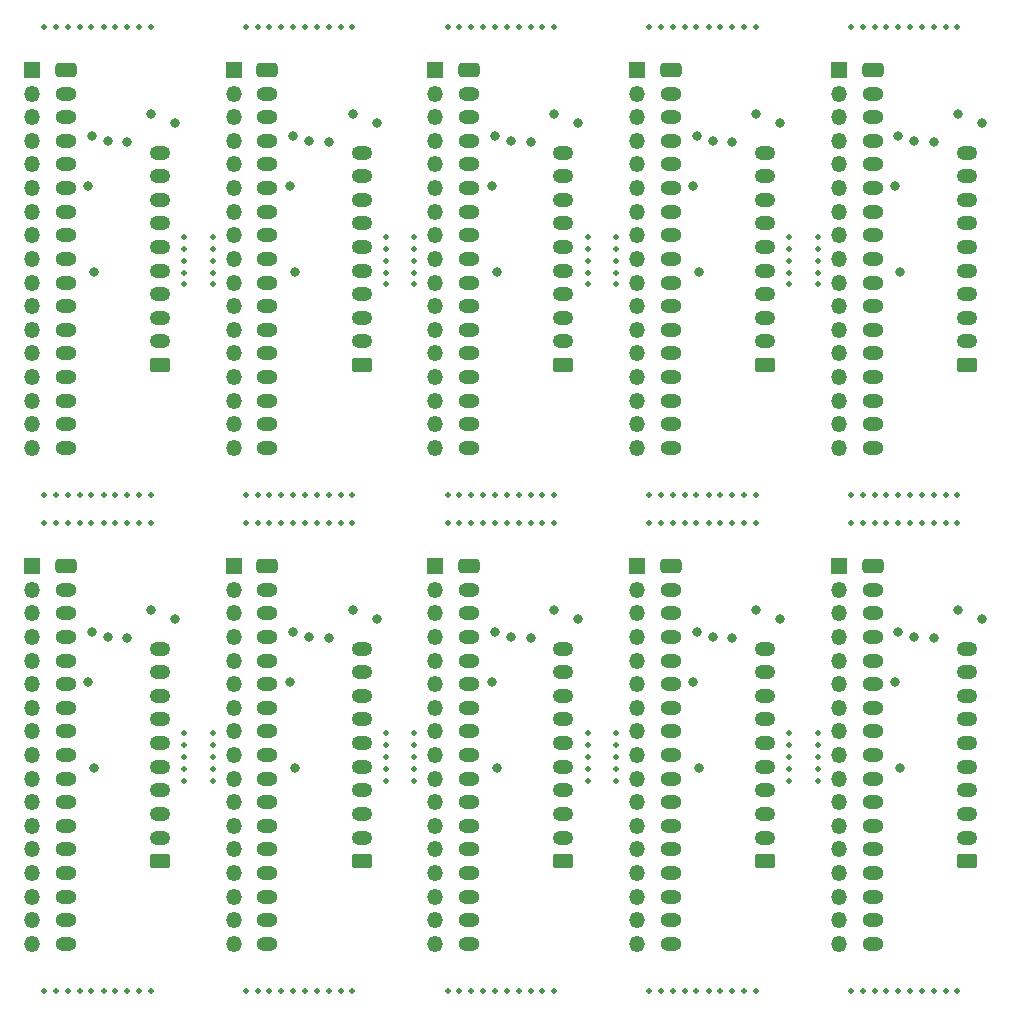
<source format=gbr>
%TF.GenerationSoftware,KiCad,Pcbnew,(6.0.1)*%
%TF.CreationDate,2022-07-05T17:23:16-07:00*%
%TF.ProjectId,mu100-dit-connector-board-panelized,6d753130-302d-4646-9974-2d636f6e6e65,rev?*%
%TF.SameCoordinates,Original*%
%TF.FileFunction,Soldermask,Bot*%
%TF.FilePolarity,Negative*%
%FSLAX46Y46*%
G04 Gerber Fmt 4.6, Leading zero omitted, Abs format (unit mm)*
G04 Created by KiCad (PCBNEW (6.0.1)) date 2022-07-05 17:23:16*
%MOMM*%
%LPD*%
G01*
G04 APERTURE LIST*
G04 Aperture macros list*
%AMRoundRect*
0 Rectangle with rounded corners*
0 $1 Rounding radius*
0 $2 $3 $4 $5 $6 $7 $8 $9 X,Y pos of 4 corners*
0 Add a 4 corners polygon primitive as box body*
4,1,4,$2,$3,$4,$5,$6,$7,$8,$9,$2,$3,0*
0 Add four circle primitives for the rounded corners*
1,1,$1+$1,$2,$3*
1,1,$1+$1,$4,$5*
1,1,$1+$1,$6,$7*
1,1,$1+$1,$8,$9*
0 Add four rect primitives between the rounded corners*
20,1,$1+$1,$2,$3,$4,$5,0*
20,1,$1+$1,$4,$5,$6,$7,0*
20,1,$1+$1,$6,$7,$8,$9,0*
20,1,$1+$1,$8,$9,$2,$3,0*%
G04 Aperture macros list end*
%ADD10C,0.500000*%
%ADD11R,1.350000X1.350000*%
%ADD12O,1.350000X1.350000*%
%ADD13RoundRect,0.250000X-0.650000X0.350000X-0.650000X-0.350000X0.650000X-0.350000X0.650000X0.350000X0*%
%ADD14O,1.800000X1.200000*%
%ADD15RoundRect,0.250000X0.625000X-0.350000X0.625000X0.350000X-0.625000X0.350000X-0.625000X-0.350000X0*%
%ADD16O,1.750000X1.200000*%
%ADD17C,0.800000*%
G04 APERTURE END LIST*
D10*
%TO.C,REF\u002A\u002A*%
X29875000Y-42000000D03*
%TD*%
%TO.C,REF\u002A\u002A*%
X46950000Y-41000000D03*
%TD*%
%TO.C,REF\u002A\u002A*%
X91350000Y-104800000D03*
%TD*%
%TO.C,REF\u002A\u002A*%
X54175000Y-65200000D03*
%TD*%
%TO.C,REF\u002A\u002A*%
X41125000Y-62800000D03*
%TD*%
%TO.C,REF\u002A\u002A*%
X73250000Y-23200000D03*
%TD*%
%TO.C,REF\u002A\u002A*%
X37100000Y-62800000D03*
%TD*%
%TO.C,REF\u002A\u002A*%
X41125000Y-104800000D03*
%TD*%
%TO.C,REF\u002A\u002A*%
X53175000Y-23200000D03*
%TD*%
%TO.C,REF\u002A\u002A*%
X29875000Y-44000000D03*
%TD*%
%TO.C,REF\u002A\u002A*%
X56175000Y-62800000D03*
%TD*%
%TO.C,REF\u002A\u002A*%
X64025000Y-41000000D03*
%TD*%
D11*
%TO.C,J1*%
X16995000Y-68835000D03*
D12*
X16995000Y-70835000D03*
X16995000Y-72835000D03*
X16995000Y-74835000D03*
X16995000Y-76835000D03*
X16995000Y-78835000D03*
X16995000Y-80835000D03*
X16995000Y-82835000D03*
X16995000Y-84835000D03*
X16995000Y-86835000D03*
X16995000Y-88835000D03*
X16995000Y-90835000D03*
X16995000Y-92835000D03*
X16995000Y-94835000D03*
X16995000Y-96835000D03*
X16995000Y-98835000D03*
X16995000Y-100835000D03*
%TD*%
D10*
%TO.C,REF\u002A\u002A*%
X36100000Y-62800000D03*
%TD*%
%TO.C,REF\u002A\u002A*%
X57200000Y-104800000D03*
%TD*%
%TO.C,REF\u002A\u002A*%
X37100000Y-23200000D03*
%TD*%
%TO.C,REF\u002A\u002A*%
X78275000Y-23200000D03*
%TD*%
%TO.C,REF\u002A\u002A*%
X52175000Y-104800000D03*
%TD*%
%TO.C,REF\u002A\u002A*%
X35100000Y-104800000D03*
%TD*%
%TO.C,REF\u002A\u002A*%
X88325000Y-62800000D03*
%TD*%
%TO.C,REF\u002A\u002A*%
X83500000Y-85000000D03*
%TD*%
%TO.C,REF\u002A\u002A*%
X57200000Y-23200000D03*
%TD*%
%TO.C,REF\u002A\u002A*%
X87325000Y-104800000D03*
%TD*%
%TO.C,REF\u002A\u002A*%
X64025000Y-86000000D03*
%TD*%
%TO.C,REF\u002A\u002A*%
X94350000Y-62800000D03*
%TD*%
%TO.C,REF\u002A\u002A*%
X95350000Y-65200000D03*
%TD*%
%TO.C,REF\u002A\u002A*%
X83500000Y-86000000D03*
%TD*%
%TO.C,REF\u002A\u002A*%
X32275000Y-86000000D03*
%TD*%
%TO.C,REF\u002A\u002A*%
X32275000Y-41000000D03*
%TD*%
%TO.C,REF\u002A\u002A*%
X38100000Y-23200000D03*
%TD*%
%TO.C,REF\u002A\u002A*%
X19025000Y-23200000D03*
%TD*%
%TO.C,REF\u002A\u002A*%
X26050000Y-104800000D03*
%TD*%
%TO.C,REF\u002A\u002A*%
X32275000Y-45000000D03*
%TD*%
%TO.C,REF\u002A\u002A*%
X56175000Y-65200000D03*
%TD*%
%TO.C,REF\u002A\u002A*%
X39100000Y-23200000D03*
%TD*%
%TO.C,REF\u002A\u002A*%
X52175000Y-65200000D03*
%TD*%
%TO.C,REF\u002A\u002A*%
X56175000Y-23200000D03*
%TD*%
%TO.C,REF\u002A\u002A*%
X81100000Y-83000000D03*
%TD*%
%TO.C,REF\u002A\u002A*%
X44125000Y-65200000D03*
%TD*%
%TO.C,REF\u002A\u002A*%
X55175000Y-62800000D03*
%TD*%
%TO.C,REF\u002A\u002A*%
X83500000Y-83000000D03*
%TD*%
%TO.C,REF\u002A\u002A*%
X81100000Y-86000000D03*
%TD*%
%TO.C,REF\u002A\u002A*%
X24050000Y-23200000D03*
%TD*%
%TO.C,REF\u002A\u002A*%
X36100000Y-23200000D03*
%TD*%
%TO.C,REF\u002A\u002A*%
X66425000Y-43000000D03*
%TD*%
%TO.C,REF\u002A\u002A*%
X81100000Y-41000000D03*
%TD*%
%TO.C,REF\u002A\u002A*%
X76275000Y-65200000D03*
%TD*%
%TO.C,REF\u002A\u002A*%
X87325000Y-65200000D03*
%TD*%
%TO.C,REF\u002A\u002A*%
X61200000Y-23200000D03*
%TD*%
%TO.C,REF\u002A\u002A*%
X83500000Y-84000000D03*
%TD*%
%TO.C,REF\u002A\u002A*%
X22025000Y-23200000D03*
%TD*%
%TO.C,REF\u002A\u002A*%
X32275000Y-44000000D03*
%TD*%
%TO.C,REF\u002A\u002A*%
X29875000Y-86000000D03*
%TD*%
%TO.C,REF\u002A\u002A*%
X40125000Y-62800000D03*
%TD*%
%TO.C,REF\u002A\u002A*%
X92350000Y-104800000D03*
%TD*%
%TO.C,REF\u002A\u002A*%
X54175000Y-62800000D03*
%TD*%
%TO.C,REF\u002A\u002A*%
X75275000Y-62800000D03*
%TD*%
D11*
%TO.C,J1*%
X16995000Y-26835000D03*
D12*
X16995000Y-28835000D03*
X16995000Y-30835000D03*
X16995000Y-32835000D03*
X16995000Y-34835000D03*
X16995000Y-36835000D03*
X16995000Y-38835000D03*
X16995000Y-40835000D03*
X16995000Y-42835000D03*
X16995000Y-44835000D03*
X16995000Y-46835000D03*
X16995000Y-48835000D03*
X16995000Y-50835000D03*
X16995000Y-52835000D03*
X16995000Y-54835000D03*
X16995000Y-56835000D03*
X16995000Y-58835000D03*
%TD*%
D10*
%TO.C,REF\u002A\u002A*%
X71250000Y-104800000D03*
%TD*%
%TO.C,REF\u002A\u002A*%
X49350000Y-86000000D03*
%TD*%
%TO.C,REF\u002A\u002A*%
X35100000Y-65200000D03*
%TD*%
%TO.C,REF\u002A\u002A*%
X39100000Y-62800000D03*
%TD*%
%TO.C,REF\u002A\u002A*%
X35100000Y-23200000D03*
%TD*%
%TO.C,REF\u002A\u002A*%
X95350000Y-104800000D03*
%TD*%
%TO.C,REF\u002A\u002A*%
X64025000Y-43000000D03*
%TD*%
%TO.C,REF\u002A\u002A*%
X24050000Y-104800000D03*
%TD*%
%TO.C,REF\u002A\u002A*%
X29875000Y-83000000D03*
%TD*%
%TO.C,REF\u002A\u002A*%
X19025000Y-65200000D03*
%TD*%
%TO.C,REF\u002A\u002A*%
X27050000Y-62800000D03*
%TD*%
%TO.C,REF\u002A\u002A*%
X83500000Y-41000000D03*
%TD*%
%TO.C,REF\u002A\u002A*%
X27050000Y-23200000D03*
%TD*%
%TO.C,REF\u002A\u002A*%
X29875000Y-45000000D03*
%TD*%
%TO.C,REF\u002A\u002A*%
X24050000Y-62800000D03*
%TD*%
%TO.C,REF\u002A\u002A*%
X90325000Y-62800000D03*
%TD*%
%TO.C,REF\u002A\u002A*%
X92350000Y-65200000D03*
%TD*%
%TO.C,REF\u002A\u002A*%
X88325000Y-23200000D03*
%TD*%
%TO.C,REF\u002A\u002A*%
X78275000Y-104800000D03*
%TD*%
%TO.C,REF\u002A\u002A*%
X73250000Y-62800000D03*
%TD*%
%TO.C,REF\u002A\u002A*%
X90325000Y-104800000D03*
%TD*%
%TO.C,REF\u002A\u002A*%
X60200000Y-62800000D03*
%TD*%
%TO.C,REF\u002A\u002A*%
X49350000Y-45000000D03*
%TD*%
%TO.C,REF\u002A\u002A*%
X78275000Y-65200000D03*
%TD*%
%TO.C,REF\u002A\u002A*%
X21025000Y-62800000D03*
%TD*%
%TO.C,REF\u002A\u002A*%
X36100000Y-65200000D03*
%TD*%
%TO.C,REF\u002A\u002A*%
X46950000Y-83000000D03*
%TD*%
D11*
%TO.C,J1*%
X85295000Y-68835000D03*
D12*
X85295000Y-70835000D03*
X85295000Y-72835000D03*
X85295000Y-74835000D03*
X85295000Y-76835000D03*
X85295000Y-78835000D03*
X85295000Y-80835000D03*
X85295000Y-82835000D03*
X85295000Y-84835000D03*
X85295000Y-86835000D03*
X85295000Y-88835000D03*
X85295000Y-90835000D03*
X85295000Y-92835000D03*
X85295000Y-94835000D03*
X85295000Y-96835000D03*
X85295000Y-98835000D03*
X85295000Y-100835000D03*
%TD*%
D10*
%TO.C,REF\u002A\u002A*%
X61200000Y-65200000D03*
%TD*%
%TO.C,REF\u002A\u002A*%
X29875000Y-87000000D03*
%TD*%
%TO.C,REF\u002A\u002A*%
X64025000Y-45000000D03*
%TD*%
D11*
%TO.C,J1*%
X34070000Y-26835000D03*
D12*
X34070000Y-28835000D03*
X34070000Y-30835000D03*
X34070000Y-32835000D03*
X34070000Y-34835000D03*
X34070000Y-36835000D03*
X34070000Y-38835000D03*
X34070000Y-40835000D03*
X34070000Y-42835000D03*
X34070000Y-44835000D03*
X34070000Y-46835000D03*
X34070000Y-48835000D03*
X34070000Y-50835000D03*
X34070000Y-52835000D03*
X34070000Y-54835000D03*
X34070000Y-56835000D03*
X34070000Y-58835000D03*
%TD*%
D11*
%TO.C,J1*%
X68220000Y-26835000D03*
D12*
X68220000Y-28835000D03*
X68220000Y-30835000D03*
X68220000Y-32835000D03*
X68220000Y-34835000D03*
X68220000Y-36835000D03*
X68220000Y-38835000D03*
X68220000Y-40835000D03*
X68220000Y-42835000D03*
X68220000Y-44835000D03*
X68220000Y-46835000D03*
X68220000Y-48835000D03*
X68220000Y-50835000D03*
X68220000Y-52835000D03*
X68220000Y-54835000D03*
X68220000Y-56835000D03*
X68220000Y-58835000D03*
%TD*%
D10*
%TO.C,REF\u002A\u002A*%
X32275000Y-84000000D03*
%TD*%
%TO.C,REF\u002A\u002A*%
X74275000Y-62800000D03*
%TD*%
%TO.C,REF\u002A\u002A*%
X20025000Y-104800000D03*
%TD*%
%TO.C,REF\u002A\u002A*%
X49350000Y-41000000D03*
%TD*%
%TO.C,REF\u002A\u002A*%
X42125000Y-62800000D03*
%TD*%
%TO.C,REF\u002A\u002A*%
X60200000Y-23200000D03*
%TD*%
%TO.C,REF\u002A\u002A*%
X29875000Y-41000000D03*
%TD*%
%TO.C,REF\u002A\u002A*%
X21025000Y-104800000D03*
%TD*%
%TO.C,REF\u002A\u002A*%
X18025000Y-65200000D03*
%TD*%
%TO.C,REF\u002A\u002A*%
X18025000Y-104800000D03*
%TD*%
%TO.C,REF\u002A\u002A*%
X58200000Y-62800000D03*
%TD*%
%TO.C,REF\u002A\u002A*%
X19025000Y-104800000D03*
%TD*%
%TO.C,REF\u002A\u002A*%
X23050000Y-23200000D03*
%TD*%
%TO.C,REF\u002A\u002A*%
X69250000Y-62800000D03*
%TD*%
%TO.C,REF\u002A\u002A*%
X59200000Y-104800000D03*
%TD*%
%TO.C,REF\u002A\u002A*%
X60200000Y-104800000D03*
%TD*%
%TO.C,REF\u002A\u002A*%
X52175000Y-62800000D03*
%TD*%
D11*
%TO.C,J1*%
X51145000Y-68835000D03*
D12*
X51145000Y-70835000D03*
X51145000Y-72835000D03*
X51145000Y-74835000D03*
X51145000Y-76835000D03*
X51145000Y-78835000D03*
X51145000Y-80835000D03*
X51145000Y-82835000D03*
X51145000Y-84835000D03*
X51145000Y-86835000D03*
X51145000Y-88835000D03*
X51145000Y-90835000D03*
X51145000Y-92835000D03*
X51145000Y-94835000D03*
X51145000Y-96835000D03*
X51145000Y-98835000D03*
X51145000Y-100835000D03*
%TD*%
D10*
%TO.C,REF\u002A\u002A*%
X76275000Y-62800000D03*
%TD*%
%TO.C,REF\u002A\u002A*%
X81100000Y-87000000D03*
%TD*%
%TO.C,REF\u002A\u002A*%
X23050000Y-62800000D03*
%TD*%
%TO.C,REF\u002A\u002A*%
X93350000Y-104800000D03*
%TD*%
%TO.C,REF\u002A\u002A*%
X86325000Y-104800000D03*
%TD*%
%TO.C,REF\u002A\u002A*%
X25050000Y-62800000D03*
%TD*%
%TO.C,REF\u002A\u002A*%
X66425000Y-83000000D03*
%TD*%
%TO.C,REF\u002A\u002A*%
X55175000Y-104800000D03*
%TD*%
%TO.C,REF\u002A\u002A*%
X26050000Y-23200000D03*
%TD*%
%TO.C,REF\u002A\u002A*%
X27050000Y-65200000D03*
%TD*%
%TO.C,REF\u002A\u002A*%
X32275000Y-85000000D03*
%TD*%
%TO.C,REF\u002A\u002A*%
X93350000Y-65200000D03*
%TD*%
%TO.C,REF\u002A\u002A*%
X35100000Y-62800000D03*
%TD*%
%TO.C,REF\u002A\u002A*%
X72250000Y-104800000D03*
%TD*%
%TO.C,REF\u002A\u002A*%
X81100000Y-85000000D03*
%TD*%
D11*
%TO.C,J1*%
X85295000Y-26835000D03*
D12*
X85295000Y-28835000D03*
X85295000Y-30835000D03*
X85295000Y-32835000D03*
X85295000Y-34835000D03*
X85295000Y-36835000D03*
X85295000Y-38835000D03*
X85295000Y-40835000D03*
X85295000Y-42835000D03*
X85295000Y-44835000D03*
X85295000Y-46835000D03*
X85295000Y-48835000D03*
X85295000Y-50835000D03*
X85295000Y-52835000D03*
X85295000Y-54835000D03*
X85295000Y-56835000D03*
X85295000Y-58835000D03*
%TD*%
D10*
%TO.C,REF\u002A\u002A*%
X91350000Y-23200000D03*
%TD*%
%TO.C,REF\u002A\u002A*%
X18025000Y-62800000D03*
%TD*%
%TO.C,REF\u002A\u002A*%
X32275000Y-42000000D03*
%TD*%
%TO.C,REF\u002A\u002A*%
X83500000Y-42000000D03*
%TD*%
%TO.C,REF\u002A\u002A*%
X83500000Y-44000000D03*
%TD*%
%TO.C,REF\u002A\u002A*%
X49350000Y-84000000D03*
%TD*%
%TO.C,REF\u002A\u002A*%
X26050000Y-62800000D03*
%TD*%
%TO.C,REF\u002A\u002A*%
X23050000Y-65200000D03*
%TD*%
%TO.C,REF\u002A\u002A*%
X77275000Y-62800000D03*
%TD*%
%TO.C,REF\u002A\u002A*%
X69250000Y-23200000D03*
%TD*%
%TO.C,REF\u002A\u002A*%
X90325000Y-65200000D03*
%TD*%
%TO.C,REF\u002A\u002A*%
X46950000Y-44000000D03*
%TD*%
%TO.C,REF\u002A\u002A*%
X57200000Y-62800000D03*
%TD*%
%TO.C,REF\u002A\u002A*%
X44125000Y-62800000D03*
%TD*%
%TO.C,REF\u002A\u002A*%
X72250000Y-23200000D03*
%TD*%
%TO.C,REF\u002A\u002A*%
X49350000Y-43000000D03*
%TD*%
%TO.C,REF\u002A\u002A*%
X42125000Y-23200000D03*
%TD*%
%TO.C,REF\u002A\u002A*%
X64025000Y-87000000D03*
%TD*%
%TO.C,REF\u002A\u002A*%
X86325000Y-23200000D03*
%TD*%
D11*
%TO.C,J1*%
X51145000Y-26835000D03*
D12*
X51145000Y-28835000D03*
X51145000Y-30835000D03*
X51145000Y-32835000D03*
X51145000Y-34835000D03*
X51145000Y-36835000D03*
X51145000Y-38835000D03*
X51145000Y-40835000D03*
X51145000Y-42835000D03*
X51145000Y-44835000D03*
X51145000Y-46835000D03*
X51145000Y-48835000D03*
X51145000Y-50835000D03*
X51145000Y-52835000D03*
X51145000Y-54835000D03*
X51145000Y-56835000D03*
X51145000Y-58835000D03*
%TD*%
D10*
%TO.C,REF\u002A\u002A*%
X77275000Y-65200000D03*
%TD*%
%TO.C,REF\u002A\u002A*%
X32275000Y-83000000D03*
%TD*%
%TO.C,REF\u002A\u002A*%
X39100000Y-104800000D03*
%TD*%
%TO.C,REF\u002A\u002A*%
X93350000Y-23200000D03*
%TD*%
%TO.C,REF\u002A\u002A*%
X70250000Y-65200000D03*
%TD*%
%TO.C,REF\u002A\u002A*%
X38100000Y-104800000D03*
%TD*%
%TO.C,REF\u002A\u002A*%
X83500000Y-43000000D03*
%TD*%
%TO.C,REF\u002A\u002A*%
X61200000Y-104800000D03*
%TD*%
%TO.C,REF\u002A\u002A*%
X60200000Y-65200000D03*
%TD*%
%TO.C,REF\u002A\u002A*%
X52175000Y-23200000D03*
%TD*%
%TO.C,REF\u002A\u002A*%
X88325000Y-104800000D03*
%TD*%
%TO.C,REF\u002A\u002A*%
X41125000Y-65200000D03*
%TD*%
%TO.C,REF\u002A\u002A*%
X46950000Y-86000000D03*
%TD*%
D11*
%TO.C,J1*%
X68220000Y-68835000D03*
D12*
X68220000Y-70835000D03*
X68220000Y-72835000D03*
X68220000Y-74835000D03*
X68220000Y-76835000D03*
X68220000Y-78835000D03*
X68220000Y-80835000D03*
X68220000Y-82835000D03*
X68220000Y-84835000D03*
X68220000Y-86835000D03*
X68220000Y-88835000D03*
X68220000Y-90835000D03*
X68220000Y-92835000D03*
X68220000Y-94835000D03*
X68220000Y-96835000D03*
X68220000Y-98835000D03*
X68220000Y-100835000D03*
%TD*%
D10*
%TO.C,REF\u002A\u002A*%
X49350000Y-87000000D03*
%TD*%
%TO.C,REF\u002A\u002A*%
X81100000Y-43000000D03*
%TD*%
%TO.C,REF\u002A\u002A*%
X42125000Y-65200000D03*
%TD*%
%TO.C,REF\u002A\u002A*%
X46950000Y-84000000D03*
%TD*%
%TO.C,REF\u002A\u002A*%
X40125000Y-65200000D03*
%TD*%
%TO.C,REF\u002A\u002A*%
X73250000Y-65200000D03*
%TD*%
%TO.C,REF\u002A\u002A*%
X89325000Y-62800000D03*
%TD*%
%TO.C,REF\u002A\u002A*%
X95350000Y-62800000D03*
%TD*%
%TO.C,REF\u002A\u002A*%
X39100000Y-65200000D03*
%TD*%
%TO.C,REF\u002A\u002A*%
X42125000Y-104800000D03*
%TD*%
%TO.C,REF\u002A\u002A*%
X49350000Y-83000000D03*
%TD*%
%TO.C,REF\u002A\u002A*%
X43125000Y-104800000D03*
%TD*%
%TO.C,REF\u002A\u002A*%
X66425000Y-87000000D03*
%TD*%
%TO.C,REF\u002A\u002A*%
X77275000Y-23200000D03*
%TD*%
%TO.C,REF\u002A\u002A*%
X64025000Y-84000000D03*
%TD*%
%TO.C,REF\u002A\u002A*%
X70250000Y-104800000D03*
%TD*%
%TO.C,REF\u002A\u002A*%
X29875000Y-85000000D03*
%TD*%
%TO.C,REF\u002A\u002A*%
X81100000Y-42000000D03*
%TD*%
%TO.C,REF\u002A\u002A*%
X74275000Y-104800000D03*
%TD*%
%TO.C,REF\u002A\u002A*%
X66425000Y-85000000D03*
%TD*%
%TO.C,REF\u002A\u002A*%
X49350000Y-85000000D03*
%TD*%
%TO.C,REF\u002A\u002A*%
X44125000Y-23200000D03*
%TD*%
%TO.C,REF\u002A\u002A*%
X77275000Y-104800000D03*
%TD*%
%TO.C,REF\u002A\u002A*%
X64025000Y-85000000D03*
%TD*%
%TO.C,REF\u002A\u002A*%
X27050000Y-104800000D03*
%TD*%
%TO.C,REF\u002A\u002A*%
X75275000Y-23200000D03*
%TD*%
%TO.C,REF\u002A\u002A*%
X91350000Y-65200000D03*
%TD*%
%TO.C,REF\u002A\u002A*%
X53175000Y-62800000D03*
%TD*%
%TO.C,REF\u002A\u002A*%
X64025000Y-83000000D03*
%TD*%
%TO.C,REF\u002A\u002A*%
X89325000Y-23200000D03*
%TD*%
%TO.C,REF\u002A\u002A*%
X83500000Y-45000000D03*
%TD*%
%TO.C,REF\u002A\u002A*%
X59200000Y-23200000D03*
%TD*%
%TO.C,REF\u002A\u002A*%
X23050000Y-104800000D03*
%TD*%
%TO.C,REF\u002A\u002A*%
X53175000Y-65200000D03*
%TD*%
%TO.C,REF\u002A\u002A*%
X66425000Y-42000000D03*
%TD*%
%TO.C,REF\u002A\u002A*%
X25050000Y-104800000D03*
%TD*%
%TO.C,REF\u002A\u002A*%
X69250000Y-104800000D03*
%TD*%
%TO.C,REF\u002A\u002A*%
X20025000Y-65200000D03*
%TD*%
%TO.C,REF\u002A\u002A*%
X81100000Y-45000000D03*
%TD*%
%TO.C,REF\u002A\u002A*%
X86325000Y-62800000D03*
%TD*%
%TO.C,REF\u002A\u002A*%
X43125000Y-23200000D03*
%TD*%
%TO.C,REF\u002A\u002A*%
X64025000Y-42000000D03*
%TD*%
%TO.C,REF\u002A\u002A*%
X59200000Y-62800000D03*
%TD*%
%TO.C,REF\u002A\u002A*%
X75275000Y-104800000D03*
%TD*%
%TO.C,REF\u002A\u002A*%
X58200000Y-104800000D03*
%TD*%
%TO.C,REF\u002A\u002A*%
X40125000Y-23200000D03*
%TD*%
%TO.C,REF\u002A\u002A*%
X61200000Y-62800000D03*
%TD*%
%TO.C,REF\u002A\u002A*%
X89325000Y-65200000D03*
%TD*%
%TO.C,REF\u002A\u002A*%
X58200000Y-23200000D03*
%TD*%
%TO.C,REF\u002A\u002A*%
X93350000Y-62800000D03*
%TD*%
%TO.C,REF\u002A\u002A*%
X36100000Y-104800000D03*
%TD*%
%TO.C,REF\u002A\u002A*%
X66425000Y-44000000D03*
%TD*%
%TO.C,REF\u002A\u002A*%
X43125000Y-62800000D03*
%TD*%
%TO.C,REF\u002A\u002A*%
X32275000Y-43000000D03*
%TD*%
%TO.C,REF\u002A\u002A*%
X25050000Y-65200000D03*
%TD*%
%TO.C,REF\u002A\u002A*%
X71250000Y-65200000D03*
%TD*%
%TO.C,REF\u002A\u002A*%
X72250000Y-65200000D03*
%TD*%
%TO.C,REF\u002A\u002A*%
X55175000Y-65200000D03*
%TD*%
%TO.C,REF\u002A\u002A*%
X91350000Y-62800000D03*
%TD*%
%TO.C,REF\u002A\u002A*%
X70250000Y-62800000D03*
%TD*%
%TO.C,REF\u002A\u002A*%
X37100000Y-65200000D03*
%TD*%
%TO.C,REF\u002A\u002A*%
X78275000Y-62800000D03*
%TD*%
%TO.C,REF\u002A\u002A*%
X73250000Y-104800000D03*
%TD*%
%TO.C,REF\u002A\u002A*%
X41125000Y-23200000D03*
%TD*%
%TO.C,REF\u002A\u002A*%
X94350000Y-65200000D03*
%TD*%
%TO.C,REF\u002A\u002A*%
X75275000Y-65200000D03*
%TD*%
%TO.C,REF\u002A\u002A*%
X55175000Y-23200000D03*
%TD*%
%TO.C,REF\u002A\u002A*%
X92350000Y-23200000D03*
%TD*%
%TO.C,REF\u002A\u002A*%
X69250000Y-65200000D03*
%TD*%
%TO.C,REF\u002A\u002A*%
X40125000Y-104800000D03*
%TD*%
%TO.C,REF\u002A\u002A*%
X32275000Y-87000000D03*
%TD*%
%TO.C,REF\u002A\u002A*%
X86325000Y-65200000D03*
%TD*%
%TO.C,REF\u002A\u002A*%
X46950000Y-87000000D03*
%TD*%
%TO.C,REF\u002A\u002A*%
X49350000Y-44000000D03*
%TD*%
%TO.C,REF\u002A\u002A*%
X56175000Y-104800000D03*
%TD*%
%TO.C,REF\u002A\u002A*%
X95350000Y-23200000D03*
%TD*%
%TO.C,REF\u002A\u002A*%
X38100000Y-62800000D03*
%TD*%
%TO.C,REF\u002A\u002A*%
X74275000Y-65200000D03*
%TD*%
%TO.C,REF\u002A\u002A*%
X70250000Y-23200000D03*
%TD*%
%TO.C,REF\u002A\u002A*%
X87325000Y-23200000D03*
%TD*%
%TO.C,REF\u002A\u002A*%
X44125000Y-104800000D03*
%TD*%
%TO.C,REF\u002A\u002A*%
X46950000Y-85000000D03*
%TD*%
%TO.C,REF\u002A\u002A*%
X66425000Y-41000000D03*
%TD*%
%TO.C,REF\u002A\u002A*%
X46950000Y-43000000D03*
%TD*%
%TO.C,REF\u002A\u002A*%
X71250000Y-23200000D03*
%TD*%
%TO.C,REF\u002A\u002A*%
X19025000Y-62800000D03*
%TD*%
%TO.C,REF\u002A\u002A*%
X71250000Y-62800000D03*
%TD*%
%TO.C,REF\u002A\u002A*%
X18025000Y-23200000D03*
%TD*%
%TO.C,REF\u002A\u002A*%
X22025000Y-62800000D03*
%TD*%
%TO.C,REF\u002A\u002A*%
X37100000Y-104800000D03*
%TD*%
%TO.C,REF\u002A\u002A*%
X20025000Y-23200000D03*
%TD*%
%TO.C,REF\u002A\u002A*%
X83500000Y-87000000D03*
%TD*%
%TO.C,REF\u002A\u002A*%
X94350000Y-23200000D03*
%TD*%
%TO.C,REF\u002A\u002A*%
X58200000Y-65200000D03*
%TD*%
%TO.C,REF\u002A\u002A*%
X21025000Y-65200000D03*
%TD*%
%TO.C,REF\u002A\u002A*%
X53175000Y-104800000D03*
%TD*%
%TO.C,REF\u002A\u002A*%
X38100000Y-65200000D03*
%TD*%
%TO.C,REF\u002A\u002A*%
X22025000Y-104800000D03*
%TD*%
%TO.C,REF\u002A\u002A*%
X90325000Y-23200000D03*
%TD*%
%TO.C,REF\u002A\u002A*%
X74275000Y-23200000D03*
%TD*%
%TO.C,REF\u002A\u002A*%
X94350000Y-104800000D03*
%TD*%
%TO.C,REF\u002A\u002A*%
X46950000Y-42000000D03*
%TD*%
%TO.C,REF\u002A\u002A*%
X21025000Y-23200000D03*
%TD*%
%TO.C,REF\u002A\u002A*%
X46950000Y-45000000D03*
%TD*%
%TO.C,REF\u002A\u002A*%
X43125000Y-65200000D03*
%TD*%
%TO.C,REF\u002A\u002A*%
X26050000Y-65200000D03*
%TD*%
%TO.C,REF\u002A\u002A*%
X66425000Y-86000000D03*
%TD*%
%TO.C,REF\u002A\u002A*%
X66425000Y-45000000D03*
%TD*%
%TO.C,REF\u002A\u002A*%
X59200000Y-65200000D03*
%TD*%
%TO.C,REF\u002A\u002A*%
X76275000Y-23200000D03*
%TD*%
%TO.C,REF\u002A\u002A*%
X72250000Y-62800000D03*
%TD*%
%TO.C,REF\u002A\u002A*%
X20025000Y-62800000D03*
%TD*%
%TO.C,REF\u002A\u002A*%
X87325000Y-62800000D03*
%TD*%
%TO.C,REF\u002A\u002A*%
X54175000Y-104800000D03*
%TD*%
%TO.C,REF\u002A\u002A*%
X76275000Y-104800000D03*
%TD*%
%TO.C,REF\u002A\u002A*%
X81100000Y-44000000D03*
%TD*%
%TO.C,REF\u002A\u002A*%
X25050000Y-23200000D03*
%TD*%
%TO.C,REF\u002A\u002A*%
X54175000Y-23200000D03*
%TD*%
%TO.C,REF\u002A\u002A*%
X92350000Y-62800000D03*
%TD*%
%TO.C,REF\u002A\u002A*%
X22025000Y-65200000D03*
%TD*%
%TO.C,REF\u002A\u002A*%
X57200000Y-65200000D03*
%TD*%
D11*
%TO.C,J1*%
X34070000Y-68835000D03*
D12*
X34070000Y-70835000D03*
X34070000Y-72835000D03*
X34070000Y-74835000D03*
X34070000Y-76835000D03*
X34070000Y-78835000D03*
X34070000Y-80835000D03*
X34070000Y-82835000D03*
X34070000Y-84835000D03*
X34070000Y-86835000D03*
X34070000Y-88835000D03*
X34070000Y-90835000D03*
X34070000Y-92835000D03*
X34070000Y-94835000D03*
X34070000Y-96835000D03*
X34070000Y-98835000D03*
X34070000Y-100835000D03*
%TD*%
D10*
%TO.C,REF\u002A\u002A*%
X49350000Y-42000000D03*
%TD*%
%TO.C,REF\u002A\u002A*%
X88325000Y-65200000D03*
%TD*%
%TO.C,REF\u002A\u002A*%
X29875000Y-84000000D03*
%TD*%
%TO.C,REF\u002A\u002A*%
X81100000Y-84000000D03*
%TD*%
%TO.C,REF\u002A\u002A*%
X29875000Y-43000000D03*
%TD*%
%TO.C,REF\u002A\u002A*%
X64025000Y-44000000D03*
%TD*%
%TO.C,REF\u002A\u002A*%
X89325000Y-104800000D03*
%TD*%
%TO.C,REF\u002A\u002A*%
X24050000Y-65200000D03*
%TD*%
%TO.C,REF\u002A\u002A*%
X66425000Y-84000000D03*
%TD*%
D13*
%TO.C,J2*%
X71080000Y-68835000D03*
D14*
X71080000Y-70835000D03*
X71080000Y-72835000D03*
X71080000Y-74835000D03*
X71080000Y-76835000D03*
X71080000Y-78835000D03*
X71080000Y-80835000D03*
X71080000Y-82835000D03*
X71080000Y-84835000D03*
X71080000Y-86835000D03*
X71080000Y-88835000D03*
X71080000Y-90835000D03*
X71080000Y-92835000D03*
X71080000Y-94835000D03*
X71080000Y-96835000D03*
X71080000Y-98835000D03*
X71080000Y-100835000D03*
%TD*%
D13*
%TO.C,J2*%
X88155000Y-68835000D03*
D14*
X88155000Y-70835000D03*
X88155000Y-72835000D03*
X88155000Y-74835000D03*
X88155000Y-76835000D03*
X88155000Y-78835000D03*
X88155000Y-80835000D03*
X88155000Y-82835000D03*
X88155000Y-84835000D03*
X88155000Y-86835000D03*
X88155000Y-88835000D03*
X88155000Y-90835000D03*
X88155000Y-92835000D03*
X88155000Y-94835000D03*
X88155000Y-96835000D03*
X88155000Y-98835000D03*
X88155000Y-100835000D03*
%TD*%
D13*
%TO.C,J2*%
X36930000Y-26835000D03*
D14*
X36930000Y-28835000D03*
X36930000Y-30835000D03*
X36930000Y-32835000D03*
X36930000Y-34835000D03*
X36930000Y-36835000D03*
X36930000Y-38835000D03*
X36930000Y-40835000D03*
X36930000Y-42835000D03*
X36930000Y-44835000D03*
X36930000Y-46835000D03*
X36930000Y-48835000D03*
X36930000Y-50835000D03*
X36930000Y-52835000D03*
X36930000Y-54835000D03*
X36930000Y-56835000D03*
X36930000Y-58835000D03*
%TD*%
D15*
%TO.C,J3*%
X27815000Y-93825000D03*
D16*
X27815000Y-91825000D03*
X27815000Y-89825000D03*
X27815000Y-87825000D03*
X27815000Y-85825000D03*
X27815000Y-83825000D03*
X27815000Y-81825000D03*
X27815000Y-79825000D03*
X27815000Y-77825000D03*
X27815000Y-75825000D03*
%TD*%
D15*
%TO.C,J3*%
X79040000Y-93825000D03*
D16*
X79040000Y-91825000D03*
X79040000Y-89825000D03*
X79040000Y-87825000D03*
X79040000Y-85825000D03*
X79040000Y-83825000D03*
X79040000Y-81825000D03*
X79040000Y-79825000D03*
X79040000Y-77825000D03*
X79040000Y-75825000D03*
%TD*%
D15*
%TO.C,J3*%
X44890000Y-51825000D03*
D16*
X44890000Y-49825000D03*
X44890000Y-47825000D03*
X44890000Y-45825000D03*
X44890000Y-43825000D03*
X44890000Y-41825000D03*
X44890000Y-39825000D03*
X44890000Y-37825000D03*
X44890000Y-35825000D03*
X44890000Y-33825000D03*
%TD*%
D15*
%TO.C,J3*%
X61965000Y-93825000D03*
D16*
X61965000Y-91825000D03*
X61965000Y-89825000D03*
X61965000Y-87825000D03*
X61965000Y-85825000D03*
X61965000Y-83825000D03*
X61965000Y-81825000D03*
X61965000Y-79825000D03*
X61965000Y-77825000D03*
X61965000Y-75825000D03*
%TD*%
D13*
%TO.C,J2*%
X71080000Y-26835000D03*
D14*
X71080000Y-28835000D03*
X71080000Y-30835000D03*
X71080000Y-32835000D03*
X71080000Y-34835000D03*
X71080000Y-36835000D03*
X71080000Y-38835000D03*
X71080000Y-40835000D03*
X71080000Y-42835000D03*
X71080000Y-44835000D03*
X71080000Y-46835000D03*
X71080000Y-48835000D03*
X71080000Y-50835000D03*
X71080000Y-52835000D03*
X71080000Y-54835000D03*
X71080000Y-56835000D03*
X71080000Y-58835000D03*
%TD*%
D13*
%TO.C,J2*%
X54005000Y-26835000D03*
D14*
X54005000Y-28835000D03*
X54005000Y-30835000D03*
X54005000Y-32835000D03*
X54005000Y-34835000D03*
X54005000Y-36835000D03*
X54005000Y-38835000D03*
X54005000Y-40835000D03*
X54005000Y-42835000D03*
X54005000Y-44835000D03*
X54005000Y-46835000D03*
X54005000Y-48835000D03*
X54005000Y-50835000D03*
X54005000Y-52835000D03*
X54005000Y-54835000D03*
X54005000Y-56835000D03*
X54005000Y-58835000D03*
%TD*%
D15*
%TO.C,J3*%
X61965000Y-51825000D03*
D16*
X61965000Y-49825000D03*
X61965000Y-47825000D03*
X61965000Y-45825000D03*
X61965000Y-43825000D03*
X61965000Y-41825000D03*
X61965000Y-39825000D03*
X61965000Y-37825000D03*
X61965000Y-35825000D03*
X61965000Y-33825000D03*
%TD*%
D15*
%TO.C,J3*%
X44890000Y-93825000D03*
D16*
X44890000Y-91825000D03*
X44890000Y-89825000D03*
X44890000Y-87825000D03*
X44890000Y-85825000D03*
X44890000Y-83825000D03*
X44890000Y-81825000D03*
X44890000Y-79825000D03*
X44890000Y-77825000D03*
X44890000Y-75825000D03*
%TD*%
D15*
%TO.C,J3*%
X27815000Y-51825000D03*
D16*
X27815000Y-49825000D03*
X27815000Y-47825000D03*
X27815000Y-45825000D03*
X27815000Y-43825000D03*
X27815000Y-41825000D03*
X27815000Y-39825000D03*
X27815000Y-37825000D03*
X27815000Y-35825000D03*
X27815000Y-33825000D03*
%TD*%
D15*
%TO.C,J3*%
X96115000Y-93825000D03*
D16*
X96115000Y-91825000D03*
X96115000Y-89825000D03*
X96115000Y-87825000D03*
X96115000Y-85825000D03*
X96115000Y-83825000D03*
X96115000Y-81825000D03*
X96115000Y-79825000D03*
X96115000Y-77825000D03*
X96115000Y-75825000D03*
%TD*%
D15*
%TO.C,J3*%
X96115000Y-51825000D03*
D16*
X96115000Y-49825000D03*
X96115000Y-47825000D03*
X96115000Y-45825000D03*
X96115000Y-43825000D03*
X96115000Y-41825000D03*
X96115000Y-39825000D03*
X96115000Y-37825000D03*
X96115000Y-35825000D03*
X96115000Y-33825000D03*
%TD*%
D13*
%TO.C,J2*%
X19855000Y-68835000D03*
D14*
X19855000Y-70835000D03*
X19855000Y-72835000D03*
X19855000Y-74835000D03*
X19855000Y-76835000D03*
X19855000Y-78835000D03*
X19855000Y-80835000D03*
X19855000Y-82835000D03*
X19855000Y-84835000D03*
X19855000Y-86835000D03*
X19855000Y-88835000D03*
X19855000Y-90835000D03*
X19855000Y-92835000D03*
X19855000Y-94835000D03*
X19855000Y-96835000D03*
X19855000Y-98835000D03*
X19855000Y-100835000D03*
%TD*%
D15*
%TO.C,J3*%
X79040000Y-51825000D03*
D16*
X79040000Y-49825000D03*
X79040000Y-47825000D03*
X79040000Y-45825000D03*
X79040000Y-43825000D03*
X79040000Y-41825000D03*
X79040000Y-39825000D03*
X79040000Y-37825000D03*
X79040000Y-35825000D03*
X79040000Y-33825000D03*
%TD*%
D13*
%TO.C,J2*%
X36930000Y-68835000D03*
D14*
X36930000Y-70835000D03*
X36930000Y-72835000D03*
X36930000Y-74835000D03*
X36930000Y-76835000D03*
X36930000Y-78835000D03*
X36930000Y-80835000D03*
X36930000Y-82835000D03*
X36930000Y-84835000D03*
X36930000Y-86835000D03*
X36930000Y-88835000D03*
X36930000Y-90835000D03*
X36930000Y-92835000D03*
X36930000Y-94835000D03*
X36930000Y-96835000D03*
X36930000Y-98835000D03*
X36930000Y-100835000D03*
%TD*%
D13*
%TO.C,J2*%
X54005000Y-68835000D03*
D14*
X54005000Y-70835000D03*
X54005000Y-72835000D03*
X54005000Y-74835000D03*
X54005000Y-76835000D03*
X54005000Y-78835000D03*
X54005000Y-80835000D03*
X54005000Y-82835000D03*
X54005000Y-84835000D03*
X54005000Y-86835000D03*
X54005000Y-88835000D03*
X54005000Y-90835000D03*
X54005000Y-92835000D03*
X54005000Y-94835000D03*
X54005000Y-96835000D03*
X54005000Y-98835000D03*
X54005000Y-100835000D03*
%TD*%
D13*
%TO.C,J2*%
X19855000Y-26835000D03*
D14*
X19855000Y-28835000D03*
X19855000Y-30835000D03*
X19855000Y-32835000D03*
X19855000Y-34835000D03*
X19855000Y-36835000D03*
X19855000Y-38835000D03*
X19855000Y-40835000D03*
X19855000Y-42835000D03*
X19855000Y-44835000D03*
X19855000Y-46835000D03*
X19855000Y-48835000D03*
X19855000Y-50835000D03*
X19855000Y-52835000D03*
X19855000Y-54835000D03*
X19855000Y-56835000D03*
X19855000Y-58835000D03*
%TD*%
D13*
%TO.C,J2*%
X88155000Y-26835000D03*
D14*
X88155000Y-28835000D03*
X88155000Y-30835000D03*
X88155000Y-32835000D03*
X88155000Y-34835000D03*
X88155000Y-36835000D03*
X88155000Y-38835000D03*
X88155000Y-40835000D03*
X88155000Y-42835000D03*
X88155000Y-44835000D03*
X88155000Y-46835000D03*
X88155000Y-48835000D03*
X88155000Y-50835000D03*
X88155000Y-52835000D03*
X88155000Y-54835000D03*
X88155000Y-56835000D03*
X88155000Y-58835000D03*
%TD*%
D17*
X22220200Y-43903600D03*
X21763000Y-36664600D03*
X29095000Y-31315000D03*
X27065000Y-30525000D03*
X22035000Y-32395000D03*
X23395000Y-32885000D03*
X25075000Y-32945000D03*
X39295200Y-43903600D03*
X38838000Y-36664600D03*
X42150000Y-32945000D03*
X44140000Y-30525000D03*
X39110000Y-32395000D03*
X46170000Y-31315000D03*
X40470000Y-32885000D03*
X56370200Y-43903600D03*
X55913000Y-36664600D03*
X56185000Y-32395000D03*
X61215000Y-30525000D03*
X59225000Y-32945000D03*
X57545000Y-32885000D03*
X63245000Y-31315000D03*
X73445200Y-43903600D03*
X72988000Y-36664600D03*
X80320000Y-31315000D03*
X74620000Y-32885000D03*
X78290000Y-30525000D03*
X76300000Y-32945000D03*
X73260000Y-32395000D03*
X90520200Y-43903600D03*
X90063000Y-36664600D03*
X90335000Y-32395000D03*
X97395000Y-31315000D03*
X95365000Y-30525000D03*
X91695000Y-32885000D03*
X93375000Y-32945000D03*
X22220200Y-85903600D03*
X21763000Y-78664600D03*
X22035000Y-74395000D03*
X29095000Y-73315000D03*
X25075000Y-74945000D03*
X23395000Y-74885000D03*
X27065000Y-72525000D03*
X39295200Y-85903600D03*
X38838000Y-78664600D03*
X42150000Y-74945000D03*
X46170000Y-73315000D03*
X40470000Y-74885000D03*
X39110000Y-74395000D03*
X44140000Y-72525000D03*
X56370200Y-85903600D03*
X55913000Y-78664600D03*
X61215000Y-72525000D03*
X59225000Y-74945000D03*
X57545000Y-74885000D03*
X63245000Y-73315000D03*
X56185000Y-74395000D03*
X73445200Y-85903600D03*
X72988000Y-78664600D03*
X78290000Y-72525000D03*
X80320000Y-73315000D03*
X76300000Y-74945000D03*
X74620000Y-74885000D03*
X73260000Y-74395000D03*
X90520200Y-85903600D03*
X90063000Y-78664600D03*
X90335000Y-74395000D03*
X95365000Y-72525000D03*
X91695000Y-74885000D03*
X93375000Y-74945000D03*
X97395000Y-73315000D03*
M02*

</source>
